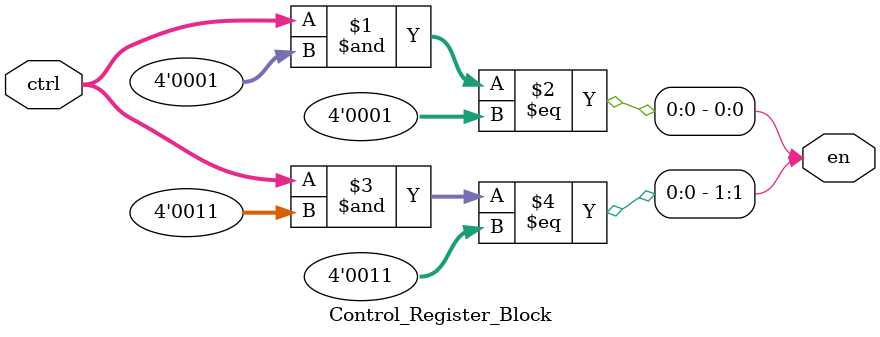
<source format=v>
module Control_Register_Block #(
  parameter n = 4, // number of control signals
  parameter m = 2 // number of enable signals

) (
  input [n-1:0] ctrl,
  output [m-1:0] en
);


// Define subsets of control signals for each enable signal
parameter [n-1:0] en1_ctrls = 4'b0001;
parameter [n-1:0] en2_ctrls = 4'b0011;

// Implement the functionality of the control register block
assign en[0] = (ctrl & en1_ctrls) == en1_ctrls;
assign en[1] = (ctrl & en2_ctrls) == en2_ctrls;

endmodule
</source>
